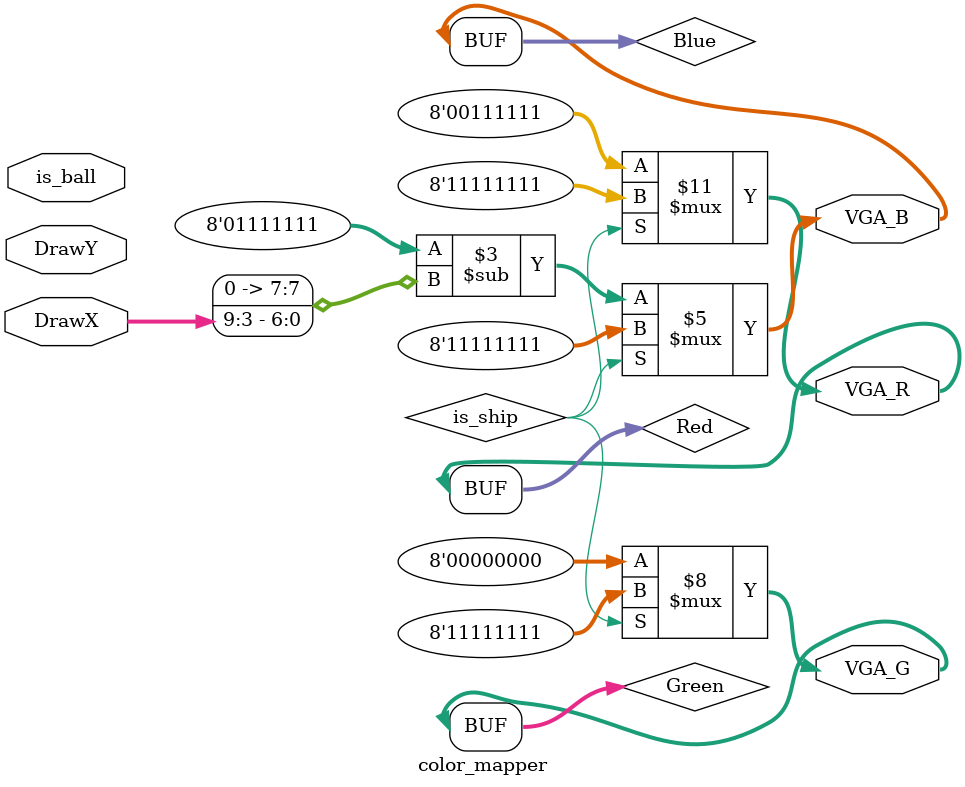
<source format=sv>

module  color_mapper ( input              is_ball,            // Whether current pixel belongs to ball 
                                                              //   or background (computed in ball.sv)
                       input        [9:0] DrawX, DrawY,       // Current pixel coordinates
                       output logic [7:0] VGA_R, VGA_G, VGA_B // VGA RGB output
                     );
    
    logic [7:0] Red, Green, Blue;
    
    // Output colors to VGA
    assign VGA_R = Red;
    assign VGA_G = Green;
    assign VGA_B = Blue;
    
    // Assign color based on is_ball signal
    always_comb
    begin
        if (is_ship == 1'b1) 
        begin
            // White ball
            Red = 8'hff;
            Green = 8'hff;
            Blue = 8'hff;
        end
        else 
        begin
            // Background with nice color gradient
            Red = 8'h3f; 
            Green = 8'h00;
            Blue = 8'h7f - {1'b0, DrawX[9:3]};
        end
    end 
    
endmodule

</source>
